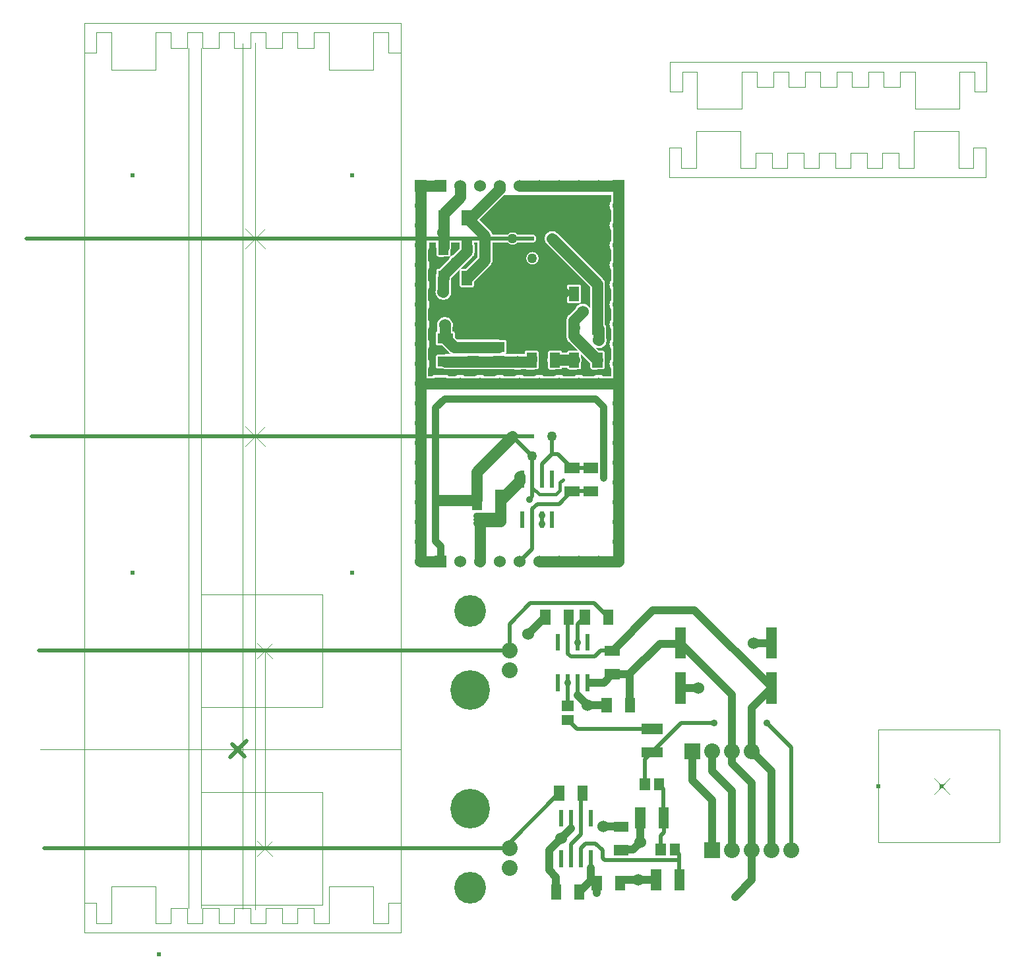
<source format=gbr>
G04 start of page 2 for group 0 idx 0 *
G04 Title: (unknown), component *
G04 Creator: pcb 20140316 *
G04 CreationDate: Tue 22 Dec 2015 03:43:44 PM GMT UTC *
G04 For: fosse *
G04 Format: Gerber/RS-274X *
G04 PCB-Dimensions (mil): 5250.00 5000.00 *
G04 PCB-Coordinate-Origin: lower left *
%MOIN*%
%FSLAX25Y25*%
%LNTOP*%
%ADD32C,0.0320*%
%ADD31C,0.0790*%
%ADD30C,0.0380*%
%ADD29C,0.0225*%
%ADD28C,0.0240*%
%ADD27C,0.0360*%
%ADD26R,0.0515X0.0515*%
%ADD25R,0.0200X0.0200*%
%ADD24R,0.0512X0.0512*%
%ADD23C,0.1600*%
%ADD22C,0.2000*%
%ADD21C,0.0800*%
%ADD20C,0.0600*%
%ADD19C,0.0500*%
%ADD18C,0.0400*%
%ADD17C,0.0200*%
%ADD16C,0.0150*%
%ADD15C,0.0000*%
%ADD14C,0.0350*%
%ADD13C,0.0550*%
%ADD12C,0.0039*%
%ADD11C,0.0001*%
G54D11*G36*
X292095Y315702D02*X293958Y313839D01*
X292095Y313836D01*
Y315702D01*
G37*
G36*
X294654Y347340D02*X292095Y347336D01*
Y354202D01*
X300155Y346142D01*
Y335228D01*
X300075Y335422D01*
X299746Y335958D01*
X299337Y336437D01*
X298858Y336846D01*
X298322Y337175D01*
X297740Y337416D01*
X297128Y337563D01*
X296500Y337612D01*
X295872Y337563D01*
X295260Y337416D01*
X294678Y337175D01*
X294142Y336846D01*
X293663Y336437D01*
X293254Y335958D01*
X292925Y335422D01*
X292859Y335262D01*
X292095Y334498D01*
Y337864D01*
X294811Y337869D01*
X294964Y337906D01*
X295109Y337966D01*
X295244Y338048D01*
X295363Y338151D01*
X295466Y338270D01*
X295548Y338405D01*
X295608Y338550D01*
X295645Y338703D01*
X295654Y338860D01*
X295645Y346497D01*
X295608Y346650D01*
X295548Y346795D01*
X295466Y346930D01*
X295363Y347049D01*
X295244Y347152D01*
X295109Y347234D01*
X294964Y347294D01*
X294811Y347331D01*
X294654Y347340D01*
G37*
G36*
X292095Y392600D02*X294324D01*
X294500Y392586D01*
X294676Y392600D01*
X304324D01*
X304500Y392586D01*
X304676Y392600D01*
X310750D01*
Y389593D01*
X310478Y389149D01*
X310207Y388495D01*
X310042Y387806D01*
X309986Y387100D01*
X310042Y386394D01*
X310207Y385705D01*
X310478Y385051D01*
X310750Y384607D01*
Y379593D01*
X310478Y379149D01*
X310207Y378495D01*
X310042Y377806D01*
X309986Y377100D01*
X310042Y376394D01*
X310207Y375705D01*
X310478Y375051D01*
X310750Y374607D01*
Y369593D01*
X310478Y369149D01*
X310207Y368495D01*
X310042Y367806D01*
X309986Y367100D01*
X310042Y366394D01*
X310207Y365705D01*
X310478Y365051D01*
X310750Y364607D01*
Y359593D01*
X310478Y359149D01*
X310207Y358495D01*
X310042Y357806D01*
X309986Y357100D01*
X310042Y356394D01*
X310207Y355705D01*
X310478Y355051D01*
X310750Y354607D01*
Y349593D01*
X310478Y349149D01*
X310207Y348495D01*
X310042Y347806D01*
X309986Y347100D01*
X310042Y346394D01*
X310207Y345705D01*
X310478Y345051D01*
X310750Y344607D01*
Y339593D01*
X310478Y339149D01*
X310207Y338495D01*
X310042Y337806D01*
X309986Y337100D01*
X310042Y336394D01*
X310207Y335705D01*
X310478Y335051D01*
X310750Y334607D01*
Y329593D01*
X310478Y329149D01*
X310207Y328495D01*
X310042Y327806D01*
X309986Y327100D01*
X310042Y326394D01*
X310207Y325705D01*
X310478Y325051D01*
X310750Y324607D01*
Y319593D01*
X310478Y319149D01*
X310207Y318495D01*
X310042Y317806D01*
X309986Y317100D01*
X310042Y316394D01*
X310207Y315705D01*
X310478Y315051D01*
X310750Y314607D01*
Y309593D01*
X310478Y309149D01*
X310207Y308495D01*
X310042Y307806D01*
X309986Y307100D01*
X310042Y306394D01*
X310207Y305705D01*
X310478Y305051D01*
X310750Y304607D01*
Y300850D01*
X306993D01*
X306549Y301122D01*
X305895Y301393D01*
X305206Y301558D01*
X304500Y301614D01*
X303794Y301558D01*
X303105Y301393D01*
X302451Y301122D01*
X302007Y300850D01*
X296993D01*
X296549Y301122D01*
X295895Y301393D01*
X295206Y301558D01*
X294500Y301614D01*
X293794Y301558D01*
X293105Y301393D01*
X292451Y301122D01*
X292095Y300904D01*
Y304364D01*
X294811Y304369D01*
X294964Y304406D01*
X295109Y304466D01*
X295244Y304548D01*
X295363Y304651D01*
X295466Y304770D01*
X295548Y304905D01*
X295608Y305050D01*
X295645Y305203D01*
X295654Y305360D01*
X295651Y307886D01*
X295672Y307938D01*
X295810Y308512D01*
X295856Y309100D01*
X295810Y309688D01*
X295672Y310262D01*
X295648Y310321D01*
X295646Y312151D01*
X300353Y307444D01*
X300355Y305203D01*
X300392Y305050D01*
X300452Y304905D01*
X300534Y304770D01*
X300637Y304651D01*
X300756Y304548D01*
X300891Y304466D01*
X301036Y304406D01*
X301189Y304369D01*
X301346Y304360D01*
X306621Y304369D01*
X306774Y304406D01*
X306919Y304466D01*
X307054Y304548D01*
X307173Y304651D01*
X307276Y304770D01*
X307358Y304905D01*
X307418Y305050D01*
X307455Y305203D01*
X307464Y305360D01*
X307461Y307885D01*
X307483Y307938D01*
X307620Y308512D01*
X307643Y308891D01*
X307667Y309195D01*
X307620Y309783D01*
X307620Y309783D01*
X307483Y310357D01*
X307458Y310417D01*
X307455Y312997D01*
X307418Y313150D01*
X307358Y313295D01*
X307276Y313430D01*
X307173Y313549D01*
X307054Y313652D01*
X306919Y313734D01*
X306774Y313794D01*
X306621Y313831D01*
X306464Y313840D01*
X304567Y313837D01*
X303020Y315384D01*
X303260Y315284D01*
X303872Y315137D01*
X304500Y315088D01*
X305128Y315137D01*
X305740Y315284D01*
X306322Y315525D01*
X306858Y315854D01*
X307337Y316263D01*
X307746Y316742D01*
X308075Y317278D01*
X308316Y317860D01*
X308463Y318472D01*
X308500Y319100D01*
X308463Y319728D01*
X308316Y320340D01*
X308250Y320499D01*
Y324858D01*
X308262Y325005D01*
X308215Y325593D01*
X308215Y325594D01*
X308077Y326168D01*
X307852Y326713D01*
X307655Y327033D01*
Y347548D01*
X307667Y347695D01*
X307620Y348283D01*
X307620Y348283D01*
X307483Y348857D01*
X307257Y349403D01*
X306948Y349906D01*
X306565Y350355D01*
X306453Y350450D01*
X292095Y364808D01*
Y392600D01*
G37*
G36*
X270995Y368600D02*X271000D01*
X271314Y368619D01*
X271620Y368692D01*
X271911Y368812D01*
X272179Y368977D01*
X272419Y369181D01*
X272623Y369421D01*
X272788Y369689D01*
X272908Y369980D01*
X272981Y370286D01*
X273006Y370600D01*
X272981Y370914D01*
X272908Y371220D01*
X272788Y371511D01*
X272623Y371779D01*
X272419Y372019D01*
X272179Y372223D01*
X271911Y372388D01*
X271620Y372508D01*
X271314Y372581D01*
X271000Y372600D01*
X270995D01*
Y392600D01*
X274324D01*
X274500Y392586D01*
X274676Y392600D01*
X284324D01*
X284500Y392586D01*
X284676Y392600D01*
X292095D01*
Y364808D01*
X283652Y373252D01*
X283211Y373643D01*
X282708Y373952D01*
X282162Y374177D01*
X281588Y374315D01*
X281000Y374362D01*
X280412Y374315D01*
X279838Y374177D01*
X279292Y373952D01*
X278789Y373643D01*
X278340Y373260D01*
X277957Y372811D01*
X277648Y372308D01*
X277423Y371762D01*
X277285Y371188D01*
X277238Y370600D01*
X277285Y370012D01*
X277423Y369438D01*
X277648Y368892D01*
X277957Y368389D01*
X278348Y367948D01*
X292095Y354202D01*
Y347336D01*
X289379Y347331D01*
X289226Y347294D01*
X289081Y347234D01*
X288946Y347152D01*
X288827Y347049D01*
X288724Y346930D01*
X288642Y346795D01*
X288582Y346650D01*
X288545Y346497D01*
X288536Y346340D01*
X288545Y338703D01*
X288582Y338550D01*
X288642Y338405D01*
X288724Y338270D01*
X288827Y338151D01*
X288946Y338048D01*
X289081Y337966D01*
X289226Y337906D01*
X289379Y337869D01*
X289536Y337860D01*
X292095Y337864D01*
Y334498D01*
X289452Y331856D01*
X289340Y331760D01*
X288957Y331311D01*
X288648Y330808D01*
X288423Y330262D01*
X288285Y329688D01*
X288285Y329688D01*
X288238Y329100D01*
X288250Y328953D01*
Y325652D01*
X288238Y325505D01*
X288250Y325358D01*
Y321247D01*
X288238Y321100D01*
X288285Y320512D01*
X288423Y319938D01*
X288648Y319392D01*
X288957Y318889D01*
X288957Y318889D01*
X289340Y318440D01*
X289452Y318344D01*
X292095Y315702D01*
Y313836D01*
X289379Y313831D01*
X289226Y313794D01*
X289081Y313734D01*
X288946Y313652D01*
X288827Y313549D01*
X288724Y313430D01*
X288642Y313295D01*
X288582Y313150D01*
X288545Y312997D01*
X288537Y312850D01*
X285955D01*
X285955Y312997D01*
X285918Y313150D01*
X285858Y313295D01*
X285776Y313430D01*
X285673Y313549D01*
X285554Y313652D01*
X285419Y313734D01*
X285274Y313794D01*
X285121Y313831D01*
X284964Y313840D01*
X279689Y313831D01*
X279536Y313794D01*
X279391Y313734D01*
X279256Y313652D01*
X279137Y313549D01*
X279034Y313430D01*
X278952Y313295D01*
X278892Y313150D01*
X278855Y312997D01*
X278846Y312840D01*
X278849Y310314D01*
X278828Y310262D01*
X278690Y309688D01*
X278644Y309100D01*
X278690Y308512D01*
X278828Y307938D01*
X278852Y307879D01*
X278855Y305203D01*
X278892Y305050D01*
X278952Y304905D01*
X279034Y304770D01*
X279137Y304651D01*
X279256Y304548D01*
X279391Y304466D01*
X279536Y304406D01*
X279689Y304369D01*
X279846Y304360D01*
X285121Y304369D01*
X285274Y304406D01*
X285419Y304466D01*
X285554Y304548D01*
X285673Y304651D01*
X285776Y304770D01*
X285858Y304905D01*
X285918Y305050D01*
X285955Y305203D01*
X285963Y305350D01*
X288545D01*
X288545Y305203D01*
X288582Y305050D01*
X288642Y304905D01*
X288724Y304770D01*
X288827Y304651D01*
X288946Y304548D01*
X289081Y304466D01*
X289226Y304406D01*
X289379Y304369D01*
X289536Y304360D01*
X292095Y304364D01*
Y300904D01*
X292007Y300850D01*
X286993D01*
X286549Y301122D01*
X285895Y301393D01*
X285206Y301558D01*
X284500Y301614D01*
X283794Y301558D01*
X283105Y301393D01*
X282451Y301122D01*
X282007Y300850D01*
X276993D01*
X276549Y301122D01*
X275895Y301393D01*
X275206Y301558D01*
X274500Y301614D01*
X273794Y301558D01*
X273105Y301393D01*
X272451Y301122D01*
X272007Y300850D01*
X270995D01*
Y304365D01*
X273311Y304369D01*
X273464Y304406D01*
X273609Y304466D01*
X273744Y304548D01*
X273863Y304651D01*
X273966Y304770D01*
X274048Y304905D01*
X274108Y305050D01*
X274145Y305203D01*
X274154Y305360D01*
X274151Y307886D01*
X274172Y307938D01*
X274172Y307938D01*
X274172Y307938D01*
X274243Y308231D01*
X274310Y308512D01*
X274310Y308512D01*
X274310Y308512D01*
X274356Y309100D01*
X274345Y309247D01*
Y310195D01*
X274310Y310783D01*
X274172Y311357D01*
X274147Y311419D01*
X274145Y312997D01*
X274108Y313150D01*
X274048Y313295D01*
X273966Y313430D01*
X273863Y313549D01*
X273744Y313652D01*
X273609Y313734D01*
X273464Y313794D01*
X273311Y313831D01*
X273154Y313840D01*
X271488Y313837D01*
X271183Y313910D01*
X270995Y313925D01*
Y357491D01*
X271000Y357490D01*
X271486Y357529D01*
X271961Y357643D01*
X272412Y357829D01*
X272828Y358084D01*
X273199Y358401D01*
X273516Y358772D01*
X273771Y359188D01*
X273957Y359639D01*
X274071Y360114D01*
X274100Y360600D01*
X274071Y361086D01*
X273957Y361561D01*
X273771Y362012D01*
X273516Y362428D01*
X273199Y362799D01*
X272828Y363116D01*
X272412Y363371D01*
X271961Y363557D01*
X271486Y363671D01*
X271000Y363710D01*
X270995Y363709D01*
Y368600D01*
G37*
G36*
Y300850D02*X266993D01*
X266549Y301122D01*
X265895Y301393D01*
X265206Y301558D01*
X264500Y301614D01*
X263996Y301574D01*
Y304127D01*
X264128Y304137D01*
X264740Y304284D01*
X265322Y304525D01*
X265346Y304540D01*
X267460D01*
X267581Y304466D01*
X267726Y304406D01*
X267879Y304369D01*
X268036Y304360D01*
X270995Y304365D01*
Y300850D01*
G37*
G36*
Y372600D02*X263996D01*
Y392600D01*
X264324D01*
X264500Y392586D01*
X264676Y392600D01*
X270995D01*
Y372600D01*
G37*
G36*
X263996Y368600D02*X270995D01*
Y363709D01*
X270514Y363671D01*
X270039Y363557D01*
X269588Y363371D01*
X269172Y363116D01*
X268801Y362799D01*
X268484Y362428D01*
X268229Y362012D01*
X268043Y361561D01*
X267929Y361086D01*
X267890Y360600D01*
X267929Y360114D01*
X268043Y359639D01*
X268229Y359188D01*
X268484Y358772D01*
X268801Y358401D01*
X269172Y358084D01*
X269588Y357829D01*
X270039Y357643D01*
X270514Y357529D01*
X270995Y357491D01*
Y313925D01*
X270595Y313956D01*
X270006Y313910D01*
X269689Y313834D01*
X267879Y313831D01*
X267726Y313794D01*
X267581Y313734D01*
X267446Y313652D01*
X267327Y313549D01*
X267224Y313430D01*
X267142Y313295D01*
X267082Y313150D01*
X267045Y312997D01*
X267036Y312840D01*
X267037Y312040D01*
X264223D01*
X264128Y312063D01*
X263996Y312073D01*
Y324292D01*
X264000Y324291D01*
X264439Y324326D01*
X264868Y324429D01*
X265275Y324597D01*
X265651Y324828D01*
X265986Y325114D01*
X266000Y325130D01*
X266014Y325114D01*
X266349Y324828D01*
X266725Y324597D01*
X267132Y324429D01*
X267561Y324326D01*
X268000Y324291D01*
X268439Y324326D01*
X268868Y324429D01*
X269275Y324597D01*
X269651Y324828D01*
X269986Y325114D01*
X270272Y325449D01*
X270503Y325825D01*
X270671Y326232D01*
X270774Y326661D01*
X270800Y327100D01*
X270774Y327539D01*
X270671Y327968D01*
X270503Y328375D01*
X270272Y328751D01*
X269986Y329086D01*
X269970Y329100D01*
X269986Y329114D01*
X270272Y329449D01*
X270503Y329825D01*
X270671Y330232D01*
X270774Y330661D01*
X270800Y331100D01*
X270774Y331539D01*
X270671Y331968D01*
X270503Y332375D01*
X270272Y332751D01*
X269986Y333086D01*
X269970Y333100D01*
X269986Y333114D01*
X270272Y333449D01*
X270503Y333825D01*
X270671Y334232D01*
X270774Y334661D01*
X270800Y335100D01*
X270774Y335539D01*
X270671Y335968D01*
X270503Y336375D01*
X270272Y336751D01*
X269986Y337086D01*
X269970Y337100D01*
X269986Y337114D01*
X270272Y337449D01*
X270503Y337825D01*
X270671Y338232D01*
X270774Y338661D01*
X270800Y339100D01*
X270774Y339539D01*
X270671Y339968D01*
X270503Y340375D01*
X270272Y340751D01*
X269986Y341086D01*
X269970Y341100D01*
X269986Y341114D01*
X270272Y341449D01*
X270503Y341825D01*
X270671Y342232D01*
X270774Y342661D01*
X270800Y343100D01*
X270774Y343539D01*
X270671Y343968D01*
X270503Y344375D01*
X270272Y344751D01*
X269986Y345086D01*
X269651Y345372D01*
X269275Y345603D01*
X268868Y345771D01*
X268439Y345874D01*
X268000Y345909D01*
X267561Y345874D01*
X267132Y345771D01*
X266725Y345603D01*
X266349Y345372D01*
X266014Y345086D01*
X266000Y345070D01*
X265986Y345086D01*
X265651Y345372D01*
X265275Y345603D01*
X264868Y345771D01*
X264439Y345874D01*
X264000Y345909D01*
X263996Y345908D01*
Y368600D01*
G37*
G36*
Y301574D02*X263794Y301558D01*
X263105Y301393D01*
X262451Y301122D01*
X262007Y300850D01*
X256993D01*
X256549Y301122D01*
X255895Y301393D01*
X255206Y301558D01*
X254500Y301614D01*
X253794Y301558D01*
X253105Y301393D01*
X252451Y301122D01*
X252007Y300850D01*
X248308D01*
Y304540D01*
X261654D01*
X261678Y304525D01*
X262260Y304284D01*
X262872Y304137D01*
X263500Y304088D01*
X263996Y304127D01*
Y301574D01*
G37*
G36*
Y372600D02*X263369D01*
X263199Y372799D01*
X262828Y373116D01*
X262412Y373371D01*
X261961Y373557D01*
X261486Y373671D01*
X261000Y373710D01*
X260514Y373671D01*
X260039Y373557D01*
X259588Y373371D01*
X259172Y373116D01*
X258801Y372799D01*
X258631Y372600D01*
X250714D01*
X250577Y373168D01*
X250352Y373713D01*
X250043Y374216D01*
X250043Y374216D01*
X249660Y374665D01*
X249548Y374761D01*
X248308Y376000D01*
Y384105D01*
X256803Y392600D01*
X263996D01*
Y372600D01*
G37*
G36*
X248308Y355605D02*X249548Y356844D01*
X249660Y356940D01*
X250043Y357389D01*
X250043Y357389D01*
X250352Y357892D01*
X250577Y358438D01*
X250715Y359012D01*
X250762Y359600D01*
X250750Y359747D01*
Y368600D01*
X258631D01*
X258801Y368401D01*
X259172Y368084D01*
X259588Y367829D01*
X260039Y367643D01*
X260514Y367529D01*
X261000Y367490D01*
X261486Y367529D01*
X261961Y367643D01*
X262412Y367829D01*
X262828Y368084D01*
X263199Y368401D01*
X263369Y368600D01*
X263996D01*
Y345908D01*
X263561Y345874D01*
X263132Y345771D01*
X262725Y345603D01*
X262349Y345372D01*
X262014Y345086D01*
X262000Y345070D01*
X261986Y345086D01*
X261651Y345372D01*
X261275Y345603D01*
X260868Y345771D01*
X260439Y345874D01*
X260000Y345909D01*
X259561Y345874D01*
X259132Y345771D01*
X258725Y345603D01*
X258349Y345372D01*
X258014Y345086D01*
X257728Y344751D01*
X257497Y344375D01*
X257329Y343968D01*
X257226Y343539D01*
X257191Y343100D01*
X257226Y342661D01*
X257329Y342232D01*
X257497Y341825D01*
X257728Y341449D01*
X258014Y341114D01*
X258030Y341100D01*
X258014Y341086D01*
X257728Y340751D01*
X257497Y340375D01*
X257329Y339968D01*
X257226Y339539D01*
X257191Y339100D01*
X257226Y338661D01*
X257329Y338232D01*
X257497Y337825D01*
X257728Y337449D01*
X258014Y337114D01*
X258030Y337100D01*
X258014Y337086D01*
X257728Y336751D01*
X257497Y336375D01*
X257329Y335968D01*
X257226Y335539D01*
X257191Y335100D01*
X257226Y334661D01*
X257329Y334232D01*
X257497Y333825D01*
X257728Y333449D01*
X258014Y333114D01*
X258030Y333100D01*
X258014Y333086D01*
X257728Y332751D01*
X257497Y332375D01*
X257329Y331968D01*
X257226Y331539D01*
X257191Y331100D01*
X257226Y330661D01*
X257329Y330232D01*
X257497Y329825D01*
X257728Y329449D01*
X258014Y329114D01*
X258030Y329100D01*
X258014Y329086D01*
X257728Y328751D01*
X257497Y328375D01*
X257329Y327968D01*
X257226Y327539D01*
X257191Y327100D01*
X257226Y326661D01*
X257329Y326232D01*
X257497Y325825D01*
X257728Y325449D01*
X258014Y325114D01*
X258349Y324828D01*
X258725Y324597D01*
X259132Y324429D01*
X259561Y324326D01*
X260000Y324291D01*
X260439Y324326D01*
X260868Y324429D01*
X261275Y324597D01*
X261651Y324828D01*
X261986Y325114D01*
X262000Y325130D01*
X262014Y325114D01*
X262349Y324828D01*
X262725Y324597D01*
X263132Y324429D01*
X263561Y324326D01*
X263996Y324292D01*
Y312073D01*
X263500Y312112D01*
X262872Y312063D01*
X262777Y312040D01*
X257334D01*
X257262Y312070D01*
X257137Y312100D01*
X257262Y312130D01*
X257407Y312190D01*
X257542Y312272D01*
X257661Y312375D01*
X257764Y312494D01*
X257846Y312629D01*
X257906Y312774D01*
X257943Y312927D01*
X257952Y313084D01*
X257943Y318359D01*
X257906Y318512D01*
X257846Y318657D01*
X257764Y318792D01*
X257661Y318911D01*
X257542Y319014D01*
X257407Y319096D01*
X257262Y319156D01*
X257109Y319193D01*
X256952Y319202D01*
X255213Y319199D01*
X255162Y319220D01*
X254588Y319358D01*
X254000Y319393D01*
X248308D01*
Y355605D01*
G37*
G36*
Y376000D02*X244256Y380053D01*
X248308Y384105D01*
Y376000D01*
G37*
G36*
X243250Y368600D02*Y361153D01*
X237431Y355335D01*
X235189Y355331D01*
X235036Y355294D01*
X234891Y355234D01*
X234756Y355152D01*
X234637Y355049D01*
X234534Y354930D01*
X234452Y354795D01*
X234392Y354650D01*
X234355Y354497D01*
X234346Y354340D01*
X234349Y351814D01*
X234328Y351762D01*
X234190Y351188D01*
X234144Y350600D01*
X234190Y350012D01*
X234328Y349438D01*
X234352Y349379D01*
X234355Y346703D01*
X234392Y346550D01*
X234452Y346405D01*
X234534Y346270D01*
X234637Y346151D01*
X234756Y346048D01*
X234891Y345966D01*
X235036Y345906D01*
X235189Y345869D01*
X235346Y345860D01*
X240621Y345869D01*
X240774Y345906D01*
X240919Y345966D01*
X241054Y346048D01*
X241173Y346151D01*
X241276Y346270D01*
X241358Y346405D01*
X241418Y346550D01*
X241455Y346703D01*
X241464Y346860D01*
X241462Y348758D01*
X248308Y355605D01*
Y319393D01*
X233010D01*
X231735Y320669D01*
X231731Y322816D01*
X231694Y322969D01*
X231634Y323114D01*
X231552Y323248D01*
X231449Y323368D01*
X231330Y323470D01*
X231195Y323553D01*
X231050Y323613D01*
X230897Y323650D01*
X230740Y323659D01*
X230500Y323659D01*
Y325451D01*
X230566Y325610D01*
X230713Y326222D01*
X230750Y326850D01*
X230713Y327478D01*
X230566Y328090D01*
X230325Y328672D01*
X229996Y329208D01*
X229587Y329687D01*
X229108Y330096D01*
X228572Y330425D01*
X227990Y330666D01*
X227378Y330813D01*
X226750Y330862D01*
X226122Y330813D01*
X225510Y330666D01*
X224928Y330425D01*
X224392Y330096D01*
X223913Y329687D01*
X223504Y329208D01*
X223175Y328672D01*
X222934Y328090D01*
X222787Y327478D01*
X222738Y326850D01*
X222787Y326222D01*
X222934Y325610D01*
X223000Y325451D01*
Y323625D01*
X222950Y323613D01*
X222805Y323553D01*
X222670Y323470D01*
X222551Y323368D01*
X222448Y323248D01*
X222366Y323114D01*
X222306Y322969D01*
X222269Y322816D01*
X222260Y322659D01*
X222269Y317384D01*
X222306Y317231D01*
X222366Y317085D01*
X222448Y316951D01*
X222551Y316832D01*
X222670Y316729D01*
X222805Y316647D01*
X222950Y316587D01*
X223103Y316550D01*
X223260Y316541D01*
X225253Y316543D01*
X228701Y313095D01*
X228797Y312983D01*
X229245Y312600D01*
X229246Y312600D01*
X229246Y312600D01*
X229246Y312600D01*
X229497Y312446D01*
X229749Y312291D01*
X229749Y312291D01*
X229749Y312291D01*
X230051Y312166D01*
X230294Y312066D01*
X230294Y312065D01*
X230294Y312065D01*
X230400Y312040D01*
X227000D01*
X226412Y312005D01*
X225838Y311867D01*
X225778Y311843D01*
X223103Y311840D01*
X222950Y311803D01*
X222805Y311743D01*
X222670Y311660D01*
X222551Y311558D01*
X222448Y311438D01*
X222366Y311304D01*
X222306Y311159D01*
X222269Y311006D01*
X222260Y310849D01*
X222269Y305574D01*
X222306Y305421D01*
X222366Y305275D01*
X222448Y305141D01*
X222551Y305022D01*
X222670Y304919D01*
X222805Y304837D01*
X222950Y304777D01*
X223103Y304740D01*
X223260Y304731D01*
X225786Y304734D01*
X225838Y304713D01*
X226412Y304575D01*
X227000Y304540D01*
X248308D01*
Y300850D01*
X246993D01*
X246549Y301122D01*
X245895Y301393D01*
X245206Y301558D01*
X244500Y301614D01*
X243794Y301558D01*
X243105Y301393D01*
X242451Y301122D01*
X242007Y300850D01*
X236993D01*
X236549Y301122D01*
X235895Y301393D01*
X235206Y301558D01*
X234500Y301614D01*
X233794Y301558D01*
X233105Y301393D01*
X232451Y301122D01*
X232007Y300850D01*
X228800D01*
X228717Y300984D01*
X228564Y301164D01*
X228384Y301317D01*
X228183Y301441D01*
X227965Y301531D01*
X227735Y301586D01*
X227500Y301600D01*
X221265Y301586D01*
X221035Y301531D01*
X220817Y301441D01*
X220616Y301317D01*
X220436Y301164D01*
X220283Y300984D01*
X220200Y300850D01*
X218250D01*
Y304607D01*
X218522Y305051D01*
X218793Y305705D01*
X218958Y306394D01*
X219000Y307100D01*
X218958Y307806D01*
X218793Y308495D01*
X218522Y309149D01*
X218250Y309593D01*
Y314607D01*
X218522Y315051D01*
X218793Y315705D01*
X218958Y316394D01*
X219000Y317100D01*
X218958Y317806D01*
X218793Y318495D01*
X218522Y319149D01*
X218250Y319593D01*
Y324607D01*
X218522Y325051D01*
X218793Y325705D01*
X218958Y326394D01*
X219000Y327100D01*
X218958Y327806D01*
X218793Y328495D01*
X218522Y329149D01*
X218250Y329593D01*
Y334607D01*
X218522Y335051D01*
X218793Y335705D01*
X218958Y336394D01*
X219000Y337100D01*
X218958Y337806D01*
X218793Y338495D01*
X218522Y339149D01*
X218250Y339593D01*
Y344607D01*
X218522Y345051D01*
X218793Y345705D01*
X218958Y346394D01*
X219000Y347100D01*
X218958Y347806D01*
X218793Y348495D01*
X218522Y349149D01*
X218250Y349593D01*
Y354607D01*
X218522Y355051D01*
X218793Y355705D01*
X218958Y356394D01*
X219000Y357100D01*
X218958Y357806D01*
X218793Y358495D01*
X218522Y359149D01*
X218250Y359593D01*
Y364607D01*
X218522Y365051D01*
X218793Y365705D01*
X218958Y366394D01*
X219000Y367100D01*
X218958Y367806D01*
X218793Y368495D01*
X218749Y368600D01*
X222345D01*
Y366100D01*
X222380Y365512D01*
X222517Y364938D01*
X222542Y364878D01*
X222545Y362203D01*
X222582Y362050D01*
X222642Y361905D01*
X222724Y361770D01*
X222827Y361651D01*
X222946Y361548D01*
X223081Y361466D01*
X223226Y361406D01*
X223379Y361369D01*
X223536Y361360D01*
X228811Y361369D01*
X228964Y361406D01*
X229109Y361466D01*
X229244Y361548D01*
X229363Y361651D01*
X229466Y361770D01*
X229548Y361905D01*
X229608Y362050D01*
X229645Y362203D01*
X229654Y362360D01*
X229651Y364886D01*
X229672Y364938D01*
X229810Y365512D01*
X229845Y366100D01*
Y368600D01*
X234348D01*
X234349Y367456D01*
X234285Y367188D01*
X234250Y366600D01*
Y365653D01*
X230838Y362241D01*
X230678Y362175D01*
X230142Y361846D01*
X229663Y361437D01*
X229254Y360958D01*
X228925Y360422D01*
X228859Y360262D01*
X223928Y355332D01*
X223379Y355331D01*
X223226Y355294D01*
X223081Y355234D01*
X222946Y355152D01*
X222827Y355049D01*
X222724Y354930D01*
X222642Y354795D01*
X222582Y354650D01*
X222545Y354497D01*
X222536Y354340D01*
X222537Y353405D01*
X222517Y353357D01*
X222380Y352783D01*
X222380Y352783D01*
X222333Y352195D01*
X222345Y352048D01*
Y351344D01*
X222285Y351094D01*
X222285Y351093D01*
X222238Y350505D01*
X222250Y350358D01*
Y344999D01*
X222184Y344840D01*
X222037Y344228D01*
X221988Y343600D01*
X222037Y342972D01*
X222184Y342360D01*
X222425Y341778D01*
X222754Y341242D01*
X223163Y340763D01*
X223642Y340354D01*
X224178Y340025D01*
X224760Y339784D01*
X225372Y339637D01*
X226000Y339588D01*
X226628Y339637D01*
X227240Y339784D01*
X227822Y340025D01*
X228358Y340354D01*
X228837Y340763D01*
X229246Y341242D01*
X229575Y341778D01*
X229816Y342360D01*
X229963Y342972D01*
X230000Y343600D01*
X229963Y344228D01*
X229816Y344840D01*
X229750Y344999D01*
Y349761D01*
X229810Y350012D01*
X229856Y350600D01*
X229853Y350649D01*
X234162Y354959D01*
X234322Y355025D01*
X234858Y355354D01*
X235337Y355763D01*
X235746Y356242D01*
X236075Y356778D01*
X236141Y356938D01*
X240548Y361344D01*
X240577Y361369D01*
X240621Y361369D01*
X240774Y361406D01*
X240919Y361466D01*
X241054Y361548D01*
X241173Y361651D01*
X241276Y361770D01*
X241358Y361905D01*
X241418Y362050D01*
X241455Y362203D01*
X241464Y362360D01*
X241464Y362663D01*
X241577Y362938D01*
X241715Y363512D01*
X241762Y364100D01*
X241750Y364247D01*
Y366600D01*
X241715Y367188D01*
X241577Y367762D01*
X241457Y368053D01*
X241456Y368600D01*
X243250D01*
G37*
G36*
X254500Y346100D02*X272500D01*
Y320600D01*
X254500D01*
Y346100D01*
G37*
G36*
X288000Y346600D02*Y346100D01*
X291000Y343100D01*
X288000Y340100D01*
Y346600D01*
G37*
G54D12*X204400Y469400D02*Y29940D01*
G54D13*X226000Y343600D02*Y350505D01*
X226095Y350600D01*
Y352195D01*
Y381100D02*Y366100D01*
X226750Y320350D02*Y326850D01*
X214500Y207100D02*Y397100D01*
G54D14*X226500Y289600D02*X222000Y285100D01*
G54D13*X226095Y380600D02*Y383195D01*
X224500Y397100D02*X214500D01*
G54D14*X224500Y207100D02*Y215100D01*
X222000Y217600D01*
Y285100D02*Y217600D01*
G54D13*X214500Y207100D02*X224500D01*
G54D15*X204400Y34480D02*Y19480D01*
Y479480D02*Y464480D01*
X198200D02*X204400D01*
X198200Y474780D02*Y464480D01*
X190700Y474780D02*X198200D01*
X190700D02*Y455980D01*
G54D16*X271000Y228350D03*
X285000Y247100D02*X286500Y248600D01*
X285000Y243100D02*Y247100D01*
G54D17*X271000Y233850D02*X271250Y234100D01*
G54D13*X244500Y207100D02*Y228100D01*
X224000Y238100D02*X242000D01*
G54D17*X266000Y208600D02*X264500Y207100D01*
G54D13*X274500D02*X314500D01*
G54D17*X264500D02*X271000Y213600D01*
Y233850D02*Y213600D01*
G54D13*X214500Y297100D02*X314500D01*
G54D17*X291000Y242704D02*X297147D01*
X284646Y236350D02*X291000Y242704D01*
G54D16*X283000Y241100D02*X285000Y243100D01*
G54D17*X271000Y233850D02*X273500Y236350D01*
X284646D01*
G54D16*X274500Y241100D02*X283000D01*
X271000Y244600D02*X274500Y241100D01*
G54D17*X271000Y240100D02*X269500Y238600D01*
X271000Y248850D02*Y240100D01*
Y251100D02*Y260600D01*
X276000Y248850D02*Y256600D01*
G54D18*X277495Y179100D02*X268900Y170600D01*
G54D17*X259400Y175600D02*X269900Y186100D01*
X259400Y162100D02*Y175600D01*
X281000Y270600D02*Y261600D01*
X276000Y256600D01*
X281000Y261600D02*X283914D01*
X291000Y254514D01*
X300491D01*
X300500Y254505D01*
G54D18*X300150Y145850D02*X307055D01*
X311353Y150148D01*
G54D17*X302305Y186100D02*X309305Y179100D01*
X269900Y186100D02*X302305D01*
G54D13*X255000Y227600D02*Y238255D01*
G54D14*X243000Y230100D02*X255000D01*
X243000Y226600D02*X254000D01*
X243000Y228600D02*X255000Y227600D01*
X242500Y238600D02*Y241100D01*
G54D13*X255000Y238255D02*X254905Y238350D01*
X264500Y247945D02*X254905Y238350D01*
X264500Y250100D02*Y247945D01*
G54D17*X271000Y260600D02*X261000Y270600D01*
G54D13*X243000Y238600D02*Y252600D01*
X261000Y270600D01*
G54D17*X299400Y134600D02*X308495D01*
G54D18*X307900D02*X299400D01*
X299900D02*X298900D01*
X293900Y139600D01*
X294805Y40100D02*X300305Y45600D01*
X303400D01*
X300400Y45695D02*Y52100D01*
X303495Y44600D02*Y39505D01*
G54D17*X307378Y56122D02*X306400Y57100D01*
X259400Y62100D02*Y65005D01*
G54D18*X282995Y40100D02*Y47505D01*
X279400Y51100D01*
Y61100D01*
X290400Y72100D01*
G54D17*X295400Y76100D02*Y89195D01*
X296305Y90100D01*
X259400Y65005D02*X284495Y90100D01*
G54D12*X130900Y469400D02*Y31200D01*
X124400Y31390D02*Y469200D01*
X44400Y469400D02*Y28470D01*
G54D15*X103550Y466950D02*Y31970D01*
X97250Y466950D02*Y31970D01*
G54D17*X125490Y108640D02*X119350Y114780D01*
G54D15*X44400Y34480D02*X50600D01*
X80650Y42980D02*X58100D01*
G54D12*X103550Y190623D02*Y133537D01*
Y90623D02*Y33537D01*
G54D17*X126400Y116430D02*X118150Y108180D01*
G54D15*X128650Y24180D02*X136150D01*
X135755Y162080D02*Y62080D01*
X135802Y62032D01*
X128650Y24180D02*Y31980D01*
X136150D02*Y24180D01*
G54D12*X164967Y90623D02*Y33537D01*
X131818Y66017D02*X139692Y58143D01*
Y66017D02*X131818Y58143D01*
G54D15*X120150Y31980D02*Y24180D01*
X112550D02*X120150D01*
X96650D02*X104150D01*
X80650D02*X88150D01*
X120150Y31980D02*X128650D01*
X104150D02*X112650D01*
X88150D02*X96650D01*
X112650Y24180D02*Y31980D01*
G54D12*X164967Y33537D02*X103550D01*
Y190623D02*X164967D01*
Y133537D01*
X103550D01*
X131818Y166017D02*X139692Y158143D01*
Y166017D02*X131818Y158143D01*
X103550Y90623D02*X164967D01*
G54D15*X104150Y31980D02*Y24180D01*
X96650D02*Y31980D01*
X88150D02*Y24180D01*
X80650D02*Y42980D01*
X58100Y24180D02*Y42980D01*
X44400Y19480D02*Y34480D01*
X50600D02*Y24180D01*
X58100D01*
X112650Y474780D02*X120150D01*
X80650D02*X88150D01*
X96650D02*X104050D01*
X120150D02*Y466980D01*
X88150Y474780D02*Y466980D01*
X96650Y474780D02*Y466980D01*
X112650Y474780D02*Y466980D01*
X120150D02*X128650D01*
X88150D02*X96650D01*
X44400Y479480D02*X204400D01*
X136150Y474780D02*Y466980D01*
X128650Y474780D02*Y466980D01*
X136150D02*X144650D01*
Y474780D02*Y466980D01*
Y474780D02*X152150D01*
Y466980D01*
X128650Y474780D02*X136250D01*
X160650D02*X168150D01*
X152150Y466980D02*X160650D01*
Y474780D02*Y466980D01*
X168150Y474780D02*Y455980D01*
X190700D01*
X80650Y474780D02*Y455980D01*
X44400Y479480D02*Y464480D01*
X104150Y466980D02*X112650D01*
X44400Y464480D02*X50600D01*
Y474780D02*Y464480D01*
X58100Y474780D02*Y455980D01*
X50600Y474780D02*X58100D01*
X104150D02*Y466980D01*
X58100Y455980D02*X80650D01*
G54D13*X226095Y352195D02*X238000Y364100D01*
Y366600D01*
Y350600D02*X247000Y359600D01*
Y372005D01*
X237905Y381100D01*
Y350600D02*X238000D01*
X303905Y325600D02*Y347695D01*
X281000Y370600D01*
X292000Y325600D02*Y329100D01*
X296500Y333600D01*
X282405Y309100D02*X292095D01*
X269785Y308290D02*X270595Y309100D01*
Y310195D01*
G54D14*X303000Y289600D02*X226500D01*
G54D13*X227000Y308290D02*X269785D01*
X254000Y315643D02*X231457D01*
X227000Y320100D01*
X303905Y309100D02*Y309195D01*
X292000Y321100D01*
Y325505D01*
X292095Y325600D01*
X304500Y325005D02*X303905Y325600D01*
X304500Y319100D02*Y325005D01*
X314500Y207100D02*Y397100D01*
G54D14*X303000Y289600D02*X307000Y285600D01*
Y249600D01*
G54D13*X314500Y397100D02*X264500D01*
X254500D02*Y395600D01*
X238952Y380052D01*
X226095Y383195D02*X234500Y391600D01*
Y397100D01*
G54D17*X290400Y56850D02*Y64100D01*
X295400Y56850D02*Y62100D01*
X297900Y64600D01*
X302900D01*
X306400Y61100D01*
Y57100D01*
X290400Y64100D02*X295400Y69100D01*
Y77350D01*
X259400Y62100D02*X24100D01*
G54D15*X22100Y112080D02*X204400D01*
X152150Y31980D02*X160650D01*
X152150D02*Y24180D01*
X136150Y31980D02*X144650D01*
X144750Y24180D02*X152150D01*
X44400Y19480D02*X204400D01*
X144650Y24180D02*Y31980D01*
X160650Y24180D02*X168150D01*
X198200Y34480D02*X204400D01*
X198200D02*Y24180D01*
X190700D02*X198200D01*
X190700Y42980D02*Y24180D01*
X168150Y42980D02*X190700D01*
X160650Y24180D02*Y31980D01*
X168150Y42980D02*Y24180D01*
G54D17*X288900Y178695D02*X289305Y179100D01*
X293900Y175505D02*Y166350D01*
Y175505D02*X297495Y179100D01*
X288900Y178695D02*Y160600D01*
X290400Y159100D01*
X302400D01*
X305400Y162100D01*
X298900Y145850D02*X307055D01*
X311400Y150195D01*
X305400Y162100D02*X311305D01*
X311400Y162005D01*
X293452Y122505D02*X288900Y127057D01*
Y145850D02*Y134143D01*
X293900Y145850D02*Y140100D01*
X259400Y162100D02*X21700D01*
X271000Y270600D02*X17800D01*
X271000Y370600D02*X15200D01*
G54D12*X126963Y274537D02*X134837Y266663D01*
Y274537D02*X126963Y266663D01*
Y374537D02*X134837Y366663D01*
Y374537D02*X126963Y366663D01*
X125900Y375600D02*X135900Y365600D01*
Y375600D02*X125900Y365600D01*
Y265600D02*X135900Y275600D01*
Y265600D02*X125900Y275600D01*
G54D18*X345900Y143183D02*X354983D01*
X320305Y134600D02*Y150505D01*
X391900Y166017D02*X382983D01*
X371900Y140017D02*X345900Y166017D01*
X346317Y165600D02*X346359Y165559D01*
X345900Y165600D02*X346109Y165809D01*
X381900Y133183D02*X391900Y143183D01*
G54D12*X445795Y122143D02*X507213D01*
G54D18*X392109Y143391D02*X352900Y182600D01*
X331995D02*X311400Y162005D01*
X331995Y182600D02*X352900D01*
X320305Y150505D02*X335400Y165600D01*
X345900D01*
X381900Y111100D02*Y133183D01*
X391900Y101100D02*X381900Y111100D01*
X371900Y140017D02*Y105100D01*
G54D17*X401900Y113100D02*X389400Y125600D01*
G54D18*X391900Y61100D02*Y101100D01*
X371900Y61100D02*Y91100D01*
G54D17*X401900Y61100D02*Y113100D01*
G54D18*X373400Y37600D02*X381900Y46100D01*
Y95100D02*Y46100D01*
Y95100D02*X371900Y105100D01*
X361900Y61100D02*Y86600D01*
X351900Y96600D01*
Y111100D01*
X371900Y91100D02*X361900Y101100D01*
Y111100D01*
G54D12*X507213Y122143D02*Y65057D01*
X474063Y97537D02*X481937Y89663D01*
Y97537D02*X474063Y89663D01*
X507213Y65057D02*X445795D01*
Y122143D02*Y65057D01*
G54D17*X327857Y94600D02*Y107152D01*
X346305Y125600D01*
G54D18*X311305Y150100D02*X320305D01*
G54D17*X331400Y122505D02*X293452D01*
X362900Y125600D02*X346305D01*
X337305Y77600D02*Y92238D01*
X334943Y94600D01*
X335857Y61600D02*Y68557D01*
X337400Y70100D01*
Y77505D01*
X337305Y77600D01*
X345305Y56100D02*X307378Y56122D01*
G54D18*X316805Y46100D02*X315305Y44600D01*
X316805Y46100D02*X333495D01*
X325495Y77600D02*Y65195D01*
X321900Y61600D01*
X316305D01*
X315900Y61195D01*
X306900Y73100D02*X315805D01*
X315900Y73005D01*
G54D17*X345305Y46100D02*Y59238D01*
X342943Y61600D01*
G54D15*X416390Y447230D02*X424890D01*
Y455030D02*Y447230D01*
Y455030D02*X432490D01*
X432390D02*Y447230D01*
X408890Y455030D02*X416390D01*
X392890D02*X400290D01*
X456890D02*X464390D01*
X416390D02*Y447230D01*
X340640Y459730D02*X500640D01*
X400390Y447230D02*X408890D01*
Y455030D02*Y447230D01*
X400390Y455030D02*Y447230D01*
X432390D02*X440890D01*
Y455030D02*Y447230D01*
Y455030D02*X448390D01*
Y447230D01*
X456890D01*
Y455030D02*Y447230D01*
X464390Y455030D02*Y436230D01*
X500640Y459730D02*Y444730D01*
X494440D02*X500640D01*
X464390Y436230D02*X486940D01*
Y455030D02*X494440D01*
X384390Y447230D02*X392890D01*
Y455030D02*Y447230D01*
X376890Y455030D02*X384390D01*
Y447230D01*
X376890Y455030D02*Y436230D01*
X340640Y459730D02*Y444730D01*
X346840D01*
Y455030D02*Y444730D01*
Y455030D02*X354340D01*
Y436230D01*
X376890D01*
X494440Y455030D02*Y444730D01*
X486940Y455030D02*Y436230D01*
X500070Y416510D02*Y401510D01*
X493870Y416510D02*X500070D01*
X493870D02*Y406210D01*
X486370D02*X493870D01*
X486370Y425010D02*Y406210D01*
X415820Y414010D02*X424320D01*
Y406210D02*X431820D01*
X424320D02*Y414010D01*
X415820D02*Y406210D01*
X431820Y414010D02*Y406210D01*
X408320D02*Y414010D01*
X399820D02*X408320D01*
X447820D02*X456320D01*
X408220Y406210D02*X415820D01*
X392320D02*X399820D01*
X456320D02*X463820D01*
X440420D02*X447820D01*
X376320D02*X383820D01*
X340070Y401510D02*X500070D01*
X399820Y414010D02*Y406210D01*
X392320D02*Y414010D01*
X340070Y401510D02*Y416510D01*
X346270D01*
Y406210D01*
X353770D01*
X383820Y414010D02*X392320D01*
X383820D02*Y406210D01*
X376320D02*Y425010D01*
X353770Y406210D02*Y425010D01*
X376320D02*X353770D01*
X456320Y406210D02*Y414010D01*
X447820D02*Y406210D01*
X431820Y414010D02*X440320D01*
X463820Y425010D02*Y406210D01*
X440320D02*Y414010D01*
X463820Y425010D02*X486370D01*
G54D19*X261000Y370600D03*
X281000D03*
X271000Y360600D03*
G54D20*X214500Y357100D03*
Y347100D03*
G54D11*G36*
X311500Y400100D02*Y394100D01*
X317500D01*
Y400100D01*
X311500D01*
G37*
G54D20*X314500Y387100D03*
Y377100D03*
Y367100D03*
Y357100D03*
Y347100D03*
Y337100D03*
Y327100D03*
G54D11*G36*
X211500Y400100D02*Y394100D01*
X217500D01*
Y400100D01*
X211500D01*
G37*
G54D20*X214500Y387100D03*
Y377100D03*
Y367100D03*
G54D11*G36*
X221500Y400100D02*Y394100D01*
X227500D01*
Y400100D01*
X221500D01*
G37*
G54D20*X234500Y397100D03*
X244500D03*
X254500D03*
X264500D03*
X274500D03*
X284500D03*
X294500D03*
X304500D03*
G54D19*X261000Y270600D03*
X281000D03*
X271000Y260600D03*
G54D20*X214500Y307100D03*
Y297100D03*
Y287100D03*
Y277100D03*
G54D11*G36*
X221500Y300100D02*Y294100D01*
X227500D01*
Y300100D01*
X221500D01*
G37*
G54D20*X314500Y317100D03*
Y307100D03*
Y297100D03*
Y287100D03*
Y277100D03*
Y267100D03*
Y257100D03*
Y247100D03*
Y237100D03*
Y227100D03*
Y217100D03*
Y207100D03*
X214500Y267100D03*
Y257100D03*
Y247100D03*
Y237100D03*
Y227100D03*
Y217100D03*
Y207100D03*
G54D11*G36*
X221500Y210100D02*Y204100D01*
X227500D01*
Y210100D01*
X221500D01*
G37*
G54D20*X234500Y207100D03*
X254500D03*
X264500D03*
X274500D03*
X284500D03*
X294500D03*
X304500D03*
X214500Y337100D03*
Y327100D03*
Y317100D03*
X234500Y297100D03*
X244500D03*
X254500D03*
X264500D03*
X274500D03*
X284500D03*
X294500D03*
X304500D03*
G54D11*G36*
X347900Y115100D02*Y107100D01*
X355900D01*
Y115100D01*
X347900D01*
G37*
G54D21*X361900Y111100D03*
X371900D03*
X381900D03*
G54D11*G36*
X357900Y65100D02*Y57100D01*
X365900D01*
Y65100D01*
X357900D01*
G37*
G54D21*X371900Y61100D03*
X381900D03*
X391900D03*
X401900D03*
G54D20*X244500Y207100D03*
G54D22*X239400Y142100D03*
G54D23*Y182100D03*
G54D21*X259400Y152100D03*
Y162100D03*
G54D23*X239400Y42100D03*
G54D22*Y82100D03*
G54D21*X259400Y52100D03*
Y62100D03*
G54D24*X226095Y367281D02*Y364919D01*
Y351781D02*Y349419D01*
X237905Y367281D02*Y364919D01*
Y382281D02*Y379919D01*
Y351781D02*Y349419D01*
X226095Y382281D02*Y379919D01*
X270595Y310281D02*Y307919D01*
X225819Y320100D02*X228181D01*
X225819Y308290D02*X228181D01*
X240607Y315643D02*X241393D01*
X240607Y308557D02*X241393D01*
X253607Y315643D02*X254393D01*
X253607Y308557D02*X254393D01*
X292095Y310281D02*Y307919D01*
X289819Y254514D02*X292181D01*
X289819Y242704D02*X292181D01*
X303905Y310281D02*Y307919D01*
X299319Y254505D02*X301681D01*
X299319Y242695D02*X301681D01*
X282405Y310281D02*Y307919D01*
G54D25*X281000Y252100D02*Y245600D01*
X276000Y252100D02*Y245600D01*
X271000Y252100D02*Y245600D01*
G54D24*X292095Y326781D02*Y324419D01*
X303905Y326781D02*Y324419D01*
X292095Y343781D02*Y341419D01*
X303905Y343781D02*Y341419D01*
X243095Y241105D02*Y235595D01*
X254905Y241105D02*Y235595D01*
G54D25*X266000Y252100D02*Y245600D01*
Y231600D02*Y225100D01*
X271000Y231600D02*Y225100D01*
X276000Y231600D02*Y225100D01*
X281000Y231600D02*Y225100D01*
G54D24*X328645Y110695D02*X334155D01*
X328645Y122505D02*X334155D01*
X325495Y80355D02*Y74845D01*
X337305Y80355D02*Y74845D01*
X327857Y94993D02*Y94207D01*
X334943Y94993D02*Y94207D01*
G54D26*X345900Y171332D02*Y160702D01*
Y148498D02*Y137868D01*
X391900Y171332D02*Y160702D01*
Y148498D02*Y137868D01*
G54D24*X333495Y48855D02*Y43345D01*
X315305Y45781D02*Y43419D01*
X345305Y48855D02*Y43345D01*
X335857Y61993D02*Y61207D01*
X342943Y61993D02*Y61207D01*
X314719Y61195D02*X317081D01*
X314719Y73005D02*X317081D01*
G54D25*X285400Y60100D02*Y53600D01*
X290400Y60100D02*Y53600D01*
X295400Y60100D02*Y53600D01*
X300400Y60100D02*Y53600D01*
Y80600D02*Y74100D01*
G54D24*X303495Y45781D02*Y43419D01*
G54D25*X295400Y80600D02*Y74100D01*
G54D24*X296305Y91281D02*Y88919D01*
X294805Y41281D02*Y38919D01*
G54D25*X290400Y80600D02*Y74100D01*
X285400Y80600D02*Y74100D01*
G54D24*X284495Y91281D02*Y88919D01*
X282995Y41281D02*Y38919D01*
G54D25*X283900Y149100D02*Y142600D01*
X288900Y149100D02*Y142600D01*
G54D24*X288507Y127057D02*X289293D01*
X288507Y134143D02*X289293D01*
G54D25*X293900Y149100D02*Y142600D01*
X298900Y149100D02*Y142600D01*
G54D24*X310219Y150195D02*X312581D01*
X308495Y135781D02*Y133419D01*
X320305Y135781D02*Y133419D01*
G54D25*X298900Y169600D02*Y163100D01*
G54D24*X297495Y180281D02*Y177919D01*
X309305Y180281D02*Y177919D01*
X310219Y162005D02*X312581D01*
G54D25*X293900Y169600D02*Y163100D01*
X288900Y169600D02*Y163100D01*
X283900Y169600D02*Y163100D01*
G54D24*X277495Y180281D02*Y177919D01*
X289305Y180281D02*Y177919D01*
G54D27*X276000Y230600D03*
X243000Y226600D03*
Y230100D03*
X276000Y226100D03*
X269500Y238600D03*
G54D20*X268900Y170600D03*
X354983Y143183D03*
G54D27*X288900Y145850D03*
G54D20*X298900Y134600D03*
X382983Y166017D03*
G54D27*X293900Y166350D03*
X362900Y125600D03*
G54D20*X324400Y46100D03*
X325495Y65195D03*
X285400Y67100D03*
X306900Y73100D03*
G54D27*X389400Y125600D03*
G54D28*X445795Y93600D03*
X478000D03*
G54D27*X260000Y339100D03*
X264000D03*
X268000D03*
Y335100D03*
X264000D03*
X260000D03*
X268000Y343100D03*
X264000D03*
X260000D03*
G54D28*X271000Y370600D03*
G54D27*X260000Y331100D03*
Y327100D03*
X264000Y331100D03*
Y327100D03*
G54D20*X263500Y308100D03*
G54D27*X268000Y331100D03*
G54D20*X304500Y319100D03*
X296500Y333600D03*
G54D28*X271000Y270600D03*
G54D27*X268000Y327100D03*
G54D20*X226750Y326850D03*
X226000Y343600D03*
Y373600D03*
X232500Y358600D03*
G54D28*X130900Y270600D03*
Y370600D03*
X68900Y402600D03*
X179900D03*
X68900Y201600D03*
X179900D03*
X82090Y8540D03*
X103550Y162080D03*
X135755D03*
X103550Y62080D03*
X135755D03*
G54D27*X122050Y112080D03*
G54D17*G54D14*G54D17*G54D14*G54D17*G54D14*G54D17*G54D14*G54D17*G54D14*G54D17*G54D14*G54D17*G54D29*G54D30*G54D29*G54D30*G54D18*G54D30*G54D31*G54D32*G54D31*G54D32*M02*

</source>
